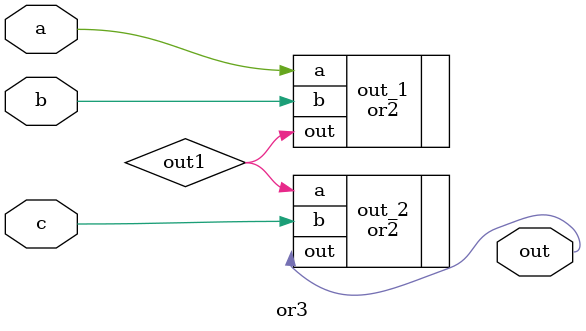
<source format=v>
module or3 (a, b, c, out);
    input a, b, c;
    output out;
    wire out1;

    or2 out_1 (.a(a), .b(b), .out(out1));
    or2 out_2 (.a(out1), .b(c), .out(out));

endmodule

</source>
